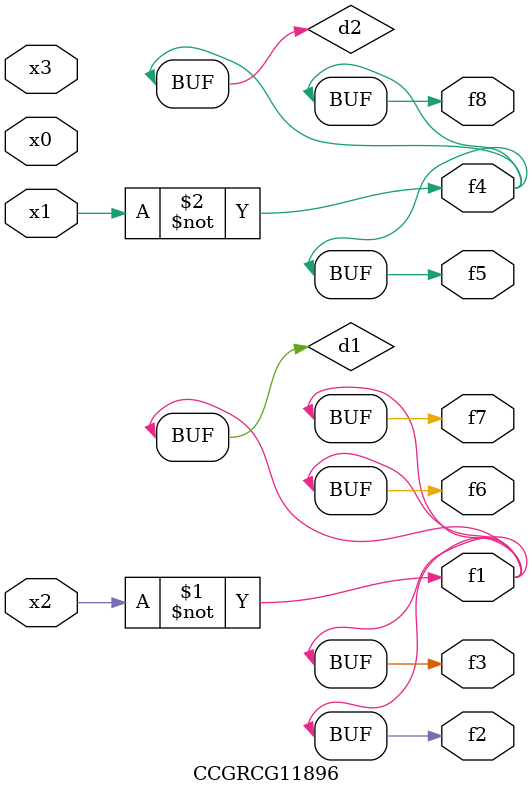
<source format=v>
module CCGRCG11896(
	input x0, x1, x2, x3,
	output f1, f2, f3, f4, f5, f6, f7, f8
);

	wire d1, d2;

	xnor (d1, x2);
	not (d2, x1);
	assign f1 = d1;
	assign f2 = d1;
	assign f3 = d1;
	assign f4 = d2;
	assign f5 = d2;
	assign f6 = d1;
	assign f7 = d1;
	assign f8 = d2;
endmodule

</source>
